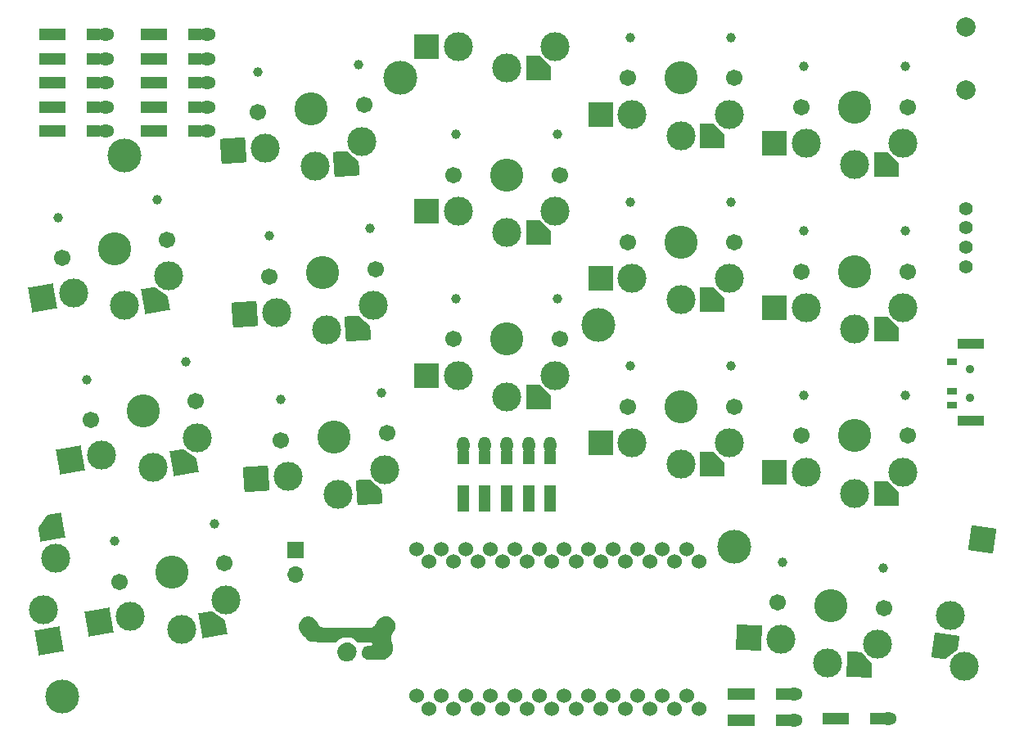
<source format=gbr>
%TF.GenerationSoftware,KiCad,Pcbnew,9.0.0*%
%TF.CreationDate,2025-05-15T16:18:32+09:00*%
%TF.ProjectId,xylo,78796c6f-2e6b-4696-9361-645f70636258,rev?*%
%TF.SameCoordinates,Original*%
%TF.FileFunction,Soldermask,Bot*%
%TF.FilePolarity,Negative*%
%FSLAX46Y46*%
G04 Gerber Fmt 4.6, Leading zero omitted, Abs format (unit mm)*
G04 Created by KiCad (PCBNEW 9.0.0) date 2025-05-15 16:18:32*
%MOMM*%
%LPD*%
G01*
G04 APERTURE LIST*
G04 Aperture macros list*
%AMRotRect*
0 Rectangle, with rotation*
0 The origin of the aperture is its center*
0 $1 length*
0 $2 width*
0 $3 Rotation angle, in degrees counterclockwise*
0 Add horizontal line*
21,1,$1,$2,0,0,$3*%
%AMOutline5P*
0 Free polygon, 5 corners , with rotation*
0 The origin of the aperture is its center*
0 number of corners: always 5*
0 $1 to $10 corner X, Y*
0 $11 Rotation angle, in degrees counterclockwise*
0 create outline with 5 corners*
4,1,5,$1,$2,$3,$4,$5,$6,$7,$8,$9,$10,$1,$2,$11*%
%AMOutline6P*
0 Free polygon, 6 corners , with rotation*
0 The origin of the aperture is its center*
0 number of corners: always 6*
0 $1 to $12 corner X, Y*
0 $13 Rotation angle, in degrees counterclockwise*
0 create outline with 6 corners*
4,1,6,$1,$2,$3,$4,$5,$6,$7,$8,$9,$10,$11,$12,$1,$2,$13*%
%AMOutline7P*
0 Free polygon, 7 corners , with rotation*
0 The origin of the aperture is its center*
0 number of corners: always 7*
0 $1 to $14 corner X, Y*
0 $15 Rotation angle, in degrees counterclockwise*
0 create outline with 7 corners*
4,1,7,$1,$2,$3,$4,$5,$6,$7,$8,$9,$10,$11,$12,$13,$14,$1,$2,$15*%
%AMOutline8P*
0 Free polygon, 8 corners , with rotation*
0 The origin of the aperture is its center*
0 number of corners: always 8*
0 $1 to $16 corner X, Y*
0 $17 Rotation angle, in degrees counterclockwise*
0 create outline with 8 corners*
4,1,8,$1,$2,$3,$4,$5,$6,$7,$8,$9,$10,$11,$12,$13,$14,$15,$16,$1,$2,$17*%
G04 Aperture macros list end*
%ADD10C,0.000000*%
%ADD11C,3.500000*%
%ADD12R,1.778000X1.300000*%
%ADD13R,1.400000X1.300000*%
%ADD14O,1.778000X1.300000*%
%ADD15C,1.701800*%
%ADD16C,0.990600*%
%ADD17C,3.000000*%
%ADD18C,3.429000*%
%ADD19RotRect,2.600000X2.600000X4.000000*%
%ADD20Outline5P,-1.300000X1.300000X0.130000X1.300000X1.300000X0.130000X1.300000X-1.300000X-1.300000X-1.300000X4.000000*%
%ADD21R,2.600000X2.600000*%
%ADD22Outline5P,-1.300000X1.300000X0.130000X1.300000X1.300000X0.130000X1.300000X-1.300000X-1.300000X-1.300000X0.000000*%
%ADD23RotRect,2.600000X2.600000X100.000000*%
%ADD24Outline5P,-1.300000X1.300000X0.130000X1.300000X1.300000X0.130000X1.300000X-1.300000X-1.300000X-1.300000X100.000000*%
%ADD25RotRect,2.600000X2.600000X10.000000*%
%ADD26Outline5P,-1.300000X1.300000X0.130000X1.300000X1.300000X0.130000X1.300000X-1.300000X-1.300000X-1.300000X10.000000*%
%ADD27C,0.900000*%
%ADD28R,1.000000X0.700000*%
%ADD29R,2.800000X1.000000*%
%ADD30RotRect,2.600000X2.600000X262.000000*%
%ADD31Outline5P,-1.300000X1.300000X0.130000X1.300000X1.300000X0.130000X1.300000X-1.300000X-1.300000X-1.300000X262.000000*%
%ADD32R,1.300000X1.778000*%
%ADD33R,1.300000X1.400000*%
%ADD34O,1.300000X1.778000*%
%ADD35C,1.397000*%
%ADD36RotRect,2.600000X2.600000X357.000000*%
%ADD37Outline5P,-1.300000X1.300000X0.130000X1.300000X1.300000X0.130000X1.300000X-1.300000X-1.300000X-1.300000X357.000000*%
%ADD38C,1.524000*%
%ADD39R,1.700000X1.700000*%
%ADD40O,1.700000X1.700000*%
%ADD41C,2.000000*%
G04 APERTURE END LIST*
D10*
%TO.C,G\u002A\u002A\u002A*%
G36*
X183599771Y-131386469D02*
G01*
X183749994Y-131413972D01*
X183892781Y-131463779D01*
X184012032Y-131528334D01*
X184129662Y-131616918D01*
X184235038Y-131722672D01*
X184324312Y-131841709D01*
X184393637Y-131970138D01*
X184418963Y-132035568D01*
X184453285Y-132170740D01*
X184468921Y-132313901D01*
X184465799Y-132459115D01*
X184443846Y-132600442D01*
X184402989Y-132731945D01*
X184383369Y-132777117D01*
X184308172Y-132910168D01*
X184213758Y-133029671D01*
X184102695Y-133133461D01*
X183977550Y-133219371D01*
X183840892Y-133285235D01*
X183695288Y-133328888D01*
X183648751Y-133337365D01*
X183514963Y-133348182D01*
X183376533Y-133341784D01*
X183241729Y-133318869D01*
X183118817Y-133280137D01*
X183116728Y-133279285D01*
X182977827Y-133209191D01*
X182852989Y-133119171D01*
X182744007Y-133011295D01*
X182652677Y-132887633D01*
X182580793Y-132750256D01*
X182530150Y-132601233D01*
X182509745Y-132484059D01*
X182504539Y-132351626D01*
X182515132Y-132216573D01*
X182540887Y-132086784D01*
X182581165Y-131970138D01*
X182646308Y-131848274D01*
X182734627Y-131728646D01*
X182839250Y-131622094D01*
X182956331Y-131532509D01*
X183082022Y-131463779D01*
X183147394Y-131437782D01*
X183294181Y-131398374D01*
X183446404Y-131381269D01*
X183599771Y-131386469D01*
G37*
G36*
X187641638Y-128667991D02*
G01*
X187739634Y-128686323D01*
X187791981Y-128701606D01*
X187938047Y-128761258D01*
X188071383Y-128841718D01*
X188190282Y-128941399D01*
X188293035Y-129058716D01*
X188377936Y-129192082D01*
X188443278Y-129339913D01*
X188452167Y-129365181D01*
X188464512Y-129403342D01*
X188472977Y-129437589D01*
X188478298Y-129473745D01*
X188481213Y-129517631D01*
X188482459Y-129575070D01*
X188482773Y-129651884D01*
X188482597Y-129716049D01*
X188481327Y-129780573D01*
X188478351Y-129830194D01*
X188473097Y-129870701D01*
X188464989Y-129907881D01*
X188453454Y-129947522D01*
X188434250Y-130004210D01*
X188394700Y-130097250D01*
X188344551Y-130186885D01*
X188278996Y-130282343D01*
X188276016Y-130286385D01*
X188222782Y-130360931D01*
X188182237Y-130423964D01*
X188150561Y-130482506D01*
X188123936Y-130543582D01*
X188098545Y-130614212D01*
X188085491Y-130656752D01*
X188057684Y-130797047D01*
X188050739Y-130940475D01*
X188064647Y-131081268D01*
X188099400Y-131213658D01*
X188105874Y-131231733D01*
X188123390Y-131280551D01*
X188144553Y-131339453D01*
X188166119Y-131399410D01*
X188190006Y-131467821D01*
X188217769Y-131557738D01*
X188236718Y-131638526D01*
X188248268Y-131718288D01*
X188253834Y-131805126D01*
X188254833Y-131907142D01*
X188253691Y-131964741D01*
X188244208Y-132094012D01*
X188223965Y-132210306D01*
X188191367Y-132321272D01*
X188144818Y-132434558D01*
X188119698Y-132485851D01*
X188030130Y-132633470D01*
X187922620Y-132766941D01*
X187799511Y-132884473D01*
X187663140Y-132984275D01*
X187515850Y-133064556D01*
X187359979Y-133123524D01*
X187197868Y-133159388D01*
X187181569Y-133160838D01*
X187138773Y-133162826D01*
X187075124Y-133164709D01*
X186993167Y-133166447D01*
X186895446Y-133168001D01*
X186784506Y-133169333D01*
X186662892Y-133170404D01*
X186533148Y-133171175D01*
X186397818Y-133171607D01*
X186298479Y-133171771D01*
X186147896Y-133171868D01*
X186019071Y-133171589D01*
X185909835Y-133170767D01*
X185818019Y-133169234D01*
X185741454Y-133166821D01*
X185677973Y-133163361D01*
X185625406Y-133158686D01*
X185581585Y-133152629D01*
X185544341Y-133145020D01*
X185511505Y-133135693D01*
X185480910Y-133124479D01*
X185450386Y-133111210D01*
X185417765Y-133095719D01*
X185385475Y-133077782D01*
X185320882Y-133031970D01*
X185253402Y-132973944D01*
X185189309Y-132909734D01*
X185134877Y-132845368D01*
X185096382Y-132786876D01*
X185075737Y-132743742D01*
X185038079Y-132630259D01*
X185017474Y-132507947D01*
X185014886Y-132384477D01*
X185031276Y-132267519D01*
X185039413Y-132236733D01*
X185083562Y-132124751D01*
X185147123Y-132018768D01*
X185226347Y-131923487D01*
X185317487Y-131843609D01*
X185416796Y-131783836D01*
X185448467Y-131769315D01*
X185507908Y-131745381D01*
X185565019Y-131728392D01*
X185626676Y-131716892D01*
X185699756Y-131709425D01*
X185791134Y-131704534D01*
X185873219Y-131700990D01*
X185934355Y-131697222D01*
X185978535Y-131692320D01*
X186009878Y-131685371D01*
X186032502Y-131675461D01*
X186050526Y-131661677D01*
X186068070Y-131643105D01*
X186082494Y-131624998D01*
X186111007Y-131566748D01*
X186114985Y-131507605D01*
X186094627Y-131450285D01*
X186050132Y-131397504D01*
X186006366Y-131359077D01*
X185316998Y-131359058D01*
X184627630Y-131359039D01*
X184545735Y-131281466D01*
X184428844Y-131179442D01*
X184268586Y-131065986D01*
X184100760Y-130976335D01*
X183924512Y-130910118D01*
X183738984Y-130866964D01*
X183543322Y-130846500D01*
X183482415Y-130844864D01*
X183288708Y-130855618D01*
X183101017Y-130890700D01*
X182920058Y-130949839D01*
X182746548Y-131032763D01*
X182581202Y-131139204D01*
X182424739Y-131268889D01*
X182334574Y-131352777D01*
X181055755Y-131346205D01*
X181010945Y-131345974D01*
X180808324Y-131344919D01*
X180629050Y-131343941D01*
X180471589Y-131343002D01*
X180334406Y-131342064D01*
X180215968Y-131341091D01*
X180114739Y-131340043D01*
X180029185Y-131338885D01*
X179957773Y-131337577D01*
X179898966Y-131336083D01*
X179851232Y-131334364D01*
X179813035Y-131332383D01*
X179782841Y-131330102D01*
X179759116Y-131327484D01*
X179740325Y-131324491D01*
X179724934Y-131321085D01*
X179711408Y-131317229D01*
X179698214Y-131312885D01*
X179696942Y-131312453D01*
X179661341Y-131299977D01*
X179629228Y-131287290D01*
X179598929Y-131272831D01*
X179568769Y-131255038D01*
X179537074Y-131232348D01*
X179502168Y-131203201D01*
X179462378Y-131166034D01*
X179416029Y-131119286D01*
X179361446Y-131061395D01*
X179296954Y-130990799D01*
X179220879Y-130905937D01*
X179131547Y-130805246D01*
X179027282Y-130687165D01*
X178949689Y-130598945D01*
X178868278Y-130505470D01*
X178800789Y-130426529D01*
X178745517Y-130359884D01*
X178700760Y-130303295D01*
X178664814Y-130254525D01*
X178635976Y-130211335D01*
X178612542Y-130171486D01*
X178592810Y-130132739D01*
X178575076Y-130092857D01*
X178526952Y-129948517D01*
X178501154Y-129797084D01*
X178498771Y-129645111D01*
X178519233Y-129495231D01*
X178561970Y-129350076D01*
X178626414Y-129212277D01*
X178711994Y-129084467D01*
X178818141Y-128969277D01*
X178823166Y-128964632D01*
X178944283Y-128866803D01*
X179070272Y-128792645D01*
X179203991Y-128741043D01*
X179348299Y-128710882D01*
X179506052Y-128701049D01*
X179612111Y-128705520D01*
X179751327Y-128728060D01*
X179883051Y-128771073D01*
X180013411Y-128836190D01*
X180044158Y-128854748D01*
X180137828Y-128921274D01*
X180221207Y-128998275D01*
X180297469Y-129089404D01*
X180369787Y-129198311D01*
X180441335Y-129328650D01*
X180456204Y-129357410D01*
X180527475Y-129480041D01*
X180601779Y-129581433D01*
X180682169Y-129664850D01*
X180771697Y-129733557D01*
X180873414Y-129790819D01*
X180875495Y-129791828D01*
X180896208Y-129802236D01*
X180914531Y-129811785D01*
X180931567Y-129820510D01*
X180948418Y-129828446D01*
X180966190Y-129835628D01*
X180985985Y-129842092D01*
X181008907Y-129847871D01*
X181036059Y-129853001D01*
X181068546Y-129857516D01*
X181107470Y-129861453D01*
X181153936Y-129864845D01*
X181209046Y-129867727D01*
X181273905Y-129870135D01*
X181349616Y-129872104D01*
X181437282Y-129873667D01*
X181538008Y-129874862D01*
X181652896Y-129875721D01*
X181783051Y-129876280D01*
X181929575Y-129876574D01*
X182093573Y-129876639D01*
X182276147Y-129876508D01*
X182478402Y-129876217D01*
X182701442Y-129875801D01*
X182946369Y-129875294D01*
X183214287Y-129874733D01*
X183506300Y-129874150D01*
X183688098Y-129873801D01*
X183960399Y-129873260D01*
X184209288Y-129872735D01*
X184435868Y-129872212D01*
X184641239Y-129871680D01*
X184826503Y-129871126D01*
X184992761Y-129870537D01*
X185141116Y-129869900D01*
X185272668Y-129869204D01*
X185388518Y-129868435D01*
X185489769Y-129867582D01*
X185577522Y-129866631D01*
X185652878Y-129865570D01*
X185716938Y-129864386D01*
X185770805Y-129863068D01*
X185815579Y-129861602D01*
X185852362Y-129859976D01*
X185882256Y-129858177D01*
X185906361Y-129856193D01*
X185925780Y-129854011D01*
X185941614Y-129851619D01*
X185954964Y-129849005D01*
X185966931Y-129846155D01*
X186048189Y-129821206D01*
X186152621Y-129773409D01*
X186250572Y-129707722D01*
X186347792Y-129620744D01*
X186349216Y-129619319D01*
X186406025Y-129559457D01*
X186450238Y-129504497D01*
X186486506Y-129447094D01*
X186519483Y-129379908D01*
X186553822Y-129295594D01*
X186568171Y-129260451D01*
X186638657Y-129128150D01*
X186729436Y-129007115D01*
X186837660Y-128899880D01*
X186960480Y-128808979D01*
X187095049Y-128736949D01*
X187238517Y-128686321D01*
X187307800Y-128671984D01*
X187415977Y-128660822D01*
X187530504Y-128659490D01*
X187641638Y-128667991D01*
G37*
%TD*%
D11*
%TO.C,MH4*%
X209500000Y-98500000D03*
%TD*%
%TO.C,MH4*%
X160500000Y-81000000D03*
%TD*%
%TO.C,MH4*%
X223500000Y-121500000D03*
%TD*%
%TO.C,MH4*%
X154000000Y-137000000D03*
%TD*%
%TO.C,MH4*%
X189000000Y-73000000D03*
%TD*%
D12*
%TO.C,D1*%
X152500000Y-68500000D03*
D13*
X153720000Y-68500000D03*
X157270000Y-68500000D03*
D14*
X158500000Y-68500000D03*
%TD*%
D15*
%TO.C,SW2*%
X174270398Y-76558661D03*
D16*
X174256738Y-72349360D03*
D17*
X175030767Y-80264648D03*
D18*
X179757000Y-76175000D03*
D17*
X180172051Y-82110506D03*
X185006407Y-79567083D03*
D16*
X184671307Y-71621102D03*
D15*
X185243602Y-75791339D03*
D19*
X171763744Y-80493100D03*
D20*
X183439073Y-81882054D03*
%TD*%
D12*
%TO.C,D17*%
X223750000Y-139400000D03*
D13*
X224970000Y-139400000D03*
X228520000Y-139400000D03*
D14*
X229750000Y-139400000D03*
%TD*%
D15*
%TO.C,SW9*%
X212500000Y-90000000D03*
D16*
X212780000Y-85800000D03*
D17*
X213000000Y-93750000D03*
D18*
X218000000Y-90000000D03*
D17*
X218000000Y-95950000D03*
X223000000Y-93750000D03*
D16*
X223220000Y-85800000D03*
D15*
X223500000Y-90000000D03*
D21*
X209725000Y-93750000D03*
D22*
X221275000Y-95950000D03*
%TD*%
D17*
%TO.C,SW16*%
X152079270Y-128000858D03*
X153377606Y-122694793D03*
D23*
X152647968Y-131226103D03*
D24*
X152808908Y-119469548D03*
%TD*%
D12*
%TO.C,D4*%
X152500000Y-76000000D03*
D13*
X153720000Y-76000000D03*
X157270000Y-76000000D03*
D14*
X158500000Y-76000000D03*
%TD*%
D15*
%TO.C,SW5*%
X230500000Y-76000000D03*
D16*
X230780000Y-71800000D03*
D17*
X231000000Y-79750000D03*
D18*
X236000000Y-76000000D03*
D17*
X236000000Y-81950000D03*
X241000000Y-79750000D03*
D16*
X241220000Y-71800000D03*
D15*
X241500000Y-76000000D03*
D21*
X227725000Y-79750000D03*
D22*
X239275000Y-81950000D03*
%TD*%
D15*
%TO.C,SW12*%
X176642398Y-110476661D03*
D16*
X176628738Y-106267360D03*
D17*
X177402767Y-114182648D03*
D18*
X182129000Y-110093000D03*
D17*
X182544051Y-116028506D03*
X187378407Y-113485083D03*
D16*
X187043307Y-105539102D03*
D15*
X187615602Y-109709339D03*
D19*
X174135744Y-114411100D03*
D20*
X185811073Y-115800054D03*
%TD*%
D15*
%TO.C,SW7*%
X175456398Y-93517661D03*
D16*
X175442738Y-89308360D03*
D17*
X176216767Y-97223648D03*
D18*
X180943000Y-93134000D03*
D17*
X181358051Y-99069506D03*
X186192407Y-96526083D03*
D16*
X185857307Y-88580102D03*
D15*
X186429602Y-92750339D03*
D19*
X172949744Y-97452100D03*
D20*
X184625073Y-98841054D03*
%TD*%
D15*
%TO.C,SW11*%
X159943557Y-125091065D03*
D16*
X159489981Y-120906251D03*
D17*
X161087142Y-128697270D03*
D18*
X165360000Y-124136000D03*
D17*
X166393207Y-129995606D03*
X170935219Y-126960788D03*
D16*
X169771374Y-119093364D03*
D15*
X170776443Y-123180935D03*
D25*
X157861897Y-129265968D03*
D26*
X169618452Y-129426908D03*
%TD*%
D12*
%TO.C,D9*%
X162975000Y-76000000D03*
D13*
X164195000Y-76000000D03*
X167745000Y-76000000D03*
D14*
X168975000Y-76000000D03*
%TD*%
D27*
%TO.C,PSW1*%
X247950000Y-103100000D03*
X247900000Y-106100000D03*
D28*
X246100000Y-102350000D03*
X246100000Y-105350000D03*
X246100000Y-106850000D03*
D29*
X248000000Y-108450000D03*
X248000000Y-100500000D03*
%TD*%
D17*
%TO.C,SW18*%
X245872905Y-128566920D03*
X247355629Y-133824441D03*
D30*
X249203152Y-120678633D03*
D31*
X245417113Y-131810048D03*
%TD*%
D12*
%TO.C,D16*%
X223750000Y-136700000D03*
D13*
X224970000Y-136700000D03*
X228520000Y-136700000D03*
D14*
X229750000Y-136700000D03*
%TD*%
D15*
%TO.C,SW6*%
X156991557Y-108349065D03*
D16*
X156537981Y-104164251D03*
D17*
X158135142Y-111955270D03*
D18*
X162408000Y-107394000D03*
D17*
X163441207Y-113253606D03*
X167983219Y-110218788D03*
D16*
X166819374Y-102351364D03*
D15*
X167824443Y-106438935D03*
D25*
X154909897Y-112523968D03*
D26*
X166666452Y-112684908D03*
%TD*%
D15*
%TO.C,SW15*%
X230500000Y-110000000D03*
D16*
X230780000Y-105800000D03*
D17*
X231000000Y-113750000D03*
D18*
X236000000Y-110000000D03*
D17*
X236000000Y-115950000D03*
X241000000Y-113750000D03*
D16*
X241220000Y-105800000D03*
D15*
X241500000Y-110000000D03*
D21*
X227725000Y-113750000D03*
D22*
X239275000Y-115950000D03*
%TD*%
D12*
%TO.C,D3*%
X152500000Y-73500000D03*
D13*
X153720000Y-73500000D03*
X157270000Y-73500000D03*
D14*
X158500000Y-73500000D03*
%TD*%
D15*
%TO.C,SW8*%
X194500000Y-83000000D03*
D16*
X194780000Y-78800000D03*
D17*
X195000000Y-86750000D03*
D18*
X200000000Y-83000000D03*
D17*
X200000000Y-88950000D03*
X205000000Y-86750000D03*
D16*
X205220000Y-78800000D03*
D15*
X205500000Y-83000000D03*
D21*
X191725000Y-86750000D03*
D22*
X203275000Y-88950000D03*
%TD*%
D12*
%TO.C,D5*%
X152500000Y-78500000D03*
D13*
X153720000Y-78500000D03*
X157270000Y-78500000D03*
D14*
X158500000Y-78500000D03*
%TD*%
D12*
%TO.C,D6*%
X162975000Y-68500000D03*
D13*
X164195000Y-68500000D03*
X167745000Y-68500000D03*
D14*
X168975000Y-68500000D03*
%TD*%
D12*
%TO.C,D10*%
X162975000Y-78500000D03*
D13*
X164195000Y-78500000D03*
X167745000Y-78500000D03*
D14*
X168975000Y-78500000D03*
%TD*%
D15*
%TO.C,SW4*%
X212500000Y-73000000D03*
D16*
X212780000Y-68800000D03*
D17*
X213000000Y-76750000D03*
D18*
X218000000Y-73000000D03*
D17*
X218000000Y-78950000D03*
X223000000Y-76750000D03*
D16*
X223220000Y-68800000D03*
D15*
X223500000Y-73000000D03*
D21*
X209725000Y-76750000D03*
D22*
X221275000Y-78950000D03*
%TD*%
D15*
%TO.C,SW10*%
X230500000Y-93000000D03*
D16*
X230780000Y-88800000D03*
D17*
X231000000Y-96750000D03*
D18*
X236000000Y-93000000D03*
D17*
X236000000Y-98950000D03*
X241000000Y-96750000D03*
D16*
X241220000Y-88800000D03*
D15*
X241500000Y-93000000D03*
D21*
X227725000Y-96750000D03*
D22*
X239275000Y-98950000D03*
%TD*%
D32*
%TO.C,D15*%
X204500000Y-117000000D03*
D33*
X204500000Y-115780000D03*
X204500000Y-112230000D03*
D34*
X204500000Y-111000000D03*
%TD*%
D12*
%TO.C,D2*%
X152500000Y-71000000D03*
D13*
X153720000Y-71000000D03*
X157270000Y-71000000D03*
D14*
X158500000Y-71000000D03*
%TD*%
D32*
%TO.C,D11*%
X195500000Y-117000000D03*
D33*
X195500000Y-115780000D03*
X195500000Y-112230000D03*
D34*
X195500000Y-111000000D03*
%TD*%
D35*
%TO.C,J1*%
X247500000Y-86500000D03*
X247500000Y-88500000D03*
X247500000Y-90500000D03*
X247500000Y-92500000D03*
%TD*%
D12*
%TO.C,D18*%
X233500000Y-139300000D03*
D13*
X234720000Y-139300000D03*
X238270000Y-139300000D03*
D14*
X239500000Y-139300000D03*
%TD*%
D17*
%TO.C,SW3*%
X195000000Y-69750000D03*
X200000000Y-71950000D03*
X205000000Y-69750000D03*
D21*
X191725000Y-69750000D03*
D22*
X203275000Y-71950000D03*
%TD*%
D32*
%TO.C,D14*%
X202250000Y-117000000D03*
D33*
X202250000Y-115780000D03*
X202250000Y-112230000D03*
D34*
X202250000Y-111000000D03*
%TD*%
D32*
%TO.C,D13*%
X200000000Y-117000000D03*
D33*
X200000000Y-115780000D03*
X200000000Y-112230000D03*
D34*
X200000000Y-111000000D03*
%TD*%
D15*
%TO.C,SW17*%
X228050538Y-127271152D03*
D16*
X228549965Y-123091562D03*
D17*
X228353592Y-131042181D03*
D18*
X233543000Y-127559000D03*
D17*
X233231601Y-133500846D03*
X238339888Y-131565541D03*
D16*
X238975657Y-123637950D03*
D15*
X239035462Y-127846848D03*
D36*
X225083081Y-130870781D03*
D37*
X236502113Y-133672246D03*
%TD*%
D15*
%TO.C,SW14*%
X212500000Y-107000000D03*
D16*
X212780000Y-102800000D03*
D17*
X213000000Y-110750000D03*
D18*
X218000000Y-107000000D03*
D17*
X218000000Y-112950000D03*
X223000000Y-110750000D03*
D16*
X223220000Y-102800000D03*
D15*
X223500000Y-107000000D03*
D21*
X209725000Y-110750000D03*
D22*
X221275000Y-112950000D03*
%TD*%
D38*
%TO.C,U1*%
X191920000Y-138240000D03*
X190650000Y-121693600D03*
X194460000Y-138240000D03*
X193190000Y-121693600D03*
X197000000Y-138240000D03*
X195730000Y-121693600D03*
X199540000Y-138240000D03*
X198270000Y-121693600D03*
X202080000Y-138240000D03*
X200810000Y-121693600D03*
X204620000Y-138240000D03*
X203350000Y-121693600D03*
X207160000Y-138240000D03*
X205890000Y-121693600D03*
X209700000Y-138240000D03*
X208430000Y-121693600D03*
X212240000Y-138240000D03*
X210970000Y-121693600D03*
X214780000Y-138240000D03*
X213510000Y-121693600D03*
X217320000Y-138240000D03*
X216050000Y-121693600D03*
X219860000Y-138240000D03*
X218590000Y-121693600D03*
X218590000Y-136913600D03*
X219860000Y-123000000D03*
X216050000Y-136913600D03*
X217320000Y-123000000D03*
X213510000Y-136913600D03*
X214780000Y-123000000D03*
X210970000Y-136913600D03*
X212240000Y-123000000D03*
X208430000Y-136913600D03*
X209700000Y-123000000D03*
X205890000Y-136913600D03*
X207160000Y-123000000D03*
X203350000Y-136913600D03*
X204620000Y-123000000D03*
X200810000Y-136913600D03*
X202080000Y-123000000D03*
X198270000Y-136913600D03*
X199540000Y-123000000D03*
X195730000Y-136913600D03*
X197000000Y-123000000D03*
X193190000Y-136913600D03*
X194460000Y-123000000D03*
X190650000Y-136913600D03*
X191920000Y-123000000D03*
%TD*%
D39*
%TO.C,BT2*%
X178150000Y-121850000D03*
D40*
X178150000Y-124390000D03*
%TD*%
D32*
%TO.C,D12*%
X197750000Y-117000000D03*
D33*
X197750000Y-115780000D03*
X197750000Y-112230000D03*
D34*
X197750000Y-111000000D03*
%TD*%
D41*
%TO.C,RSW1*%
X247500000Y-67750000D03*
X247500000Y-74250000D03*
%TD*%
D15*
%TO.C,SW1*%
X154039557Y-91607065D03*
D16*
X153585981Y-87422251D03*
D17*
X155183142Y-95213270D03*
D18*
X159456000Y-90652000D03*
D17*
X160489207Y-96511606D03*
X165031219Y-93476788D03*
D16*
X163867374Y-85609364D03*
D15*
X164872443Y-89696935D03*
D25*
X151957897Y-95781968D03*
D26*
X163714452Y-95942908D03*
%TD*%
D12*
%TO.C,D7*%
X162975000Y-71000000D03*
D13*
X164195000Y-71000000D03*
X167745000Y-71000000D03*
D14*
X168975000Y-71000000D03*
%TD*%
D12*
%TO.C,D8*%
X162975000Y-73500000D03*
D13*
X164195000Y-73500000D03*
X167745000Y-73500000D03*
D14*
X168975000Y-73500000D03*
%TD*%
D15*
%TO.C,SW13*%
X194500000Y-100000000D03*
D16*
X194780000Y-95800000D03*
D17*
X195000000Y-103750000D03*
D18*
X200000000Y-100000000D03*
D17*
X200000000Y-105950000D03*
X205000000Y-103750000D03*
D16*
X205220000Y-95800000D03*
D15*
X205500000Y-100000000D03*
D21*
X191725000Y-103750000D03*
D22*
X203275000Y-105950000D03*
%TD*%
M02*

</source>
